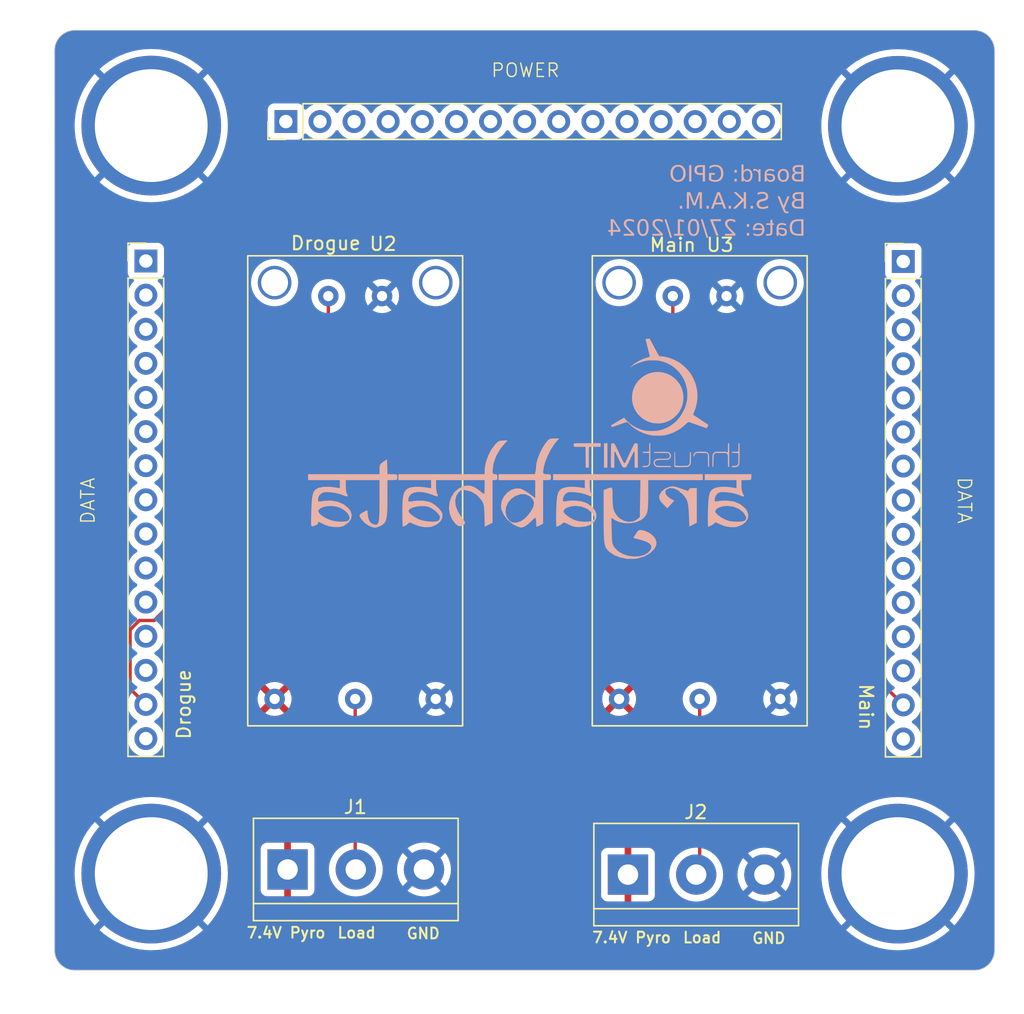
<source format=kicad_pcb>
(kicad_pcb (version 20221018) (generator pcbnew)
  (layers (0 "F.Cu" signal) (31 "B.Cu" signal) (34 "B.Paste" user) (35 "F.Paste" user) (36 "B.SilkS" user "B.Silkscreen") (37 "F.SilkS" user "F.Silkscreen") (38 "B.Mask" user) (39 "F.Mask" user) (44 "Edge.Cuts" user))
  (net 0 "")
  (net 1 "GND")
  (net 15 "PYRO2")
  (net 16 "PYRO1")
  (net 45 "LOAD1")
  (net 46 "7.4V_Pyro")
  (net 47 "LOAD2")
  (footprint "D4184:D4184" (layer "F.Cu") (at 151.1356 64.1576 -90)
    (fp_text reference "U3" (at -0.81 6.4826 unlocked) (layer "F.SilkS"))
    (fp_text value "D4184")
    (pad "1" thru_hole circle (at 3 6 270) (size 1.524 1.524) (drill 0.762) (layers "*.Cu" "*.Mask") (net 1 "GND"))
    (pad "2" thru_hole circle (at 3 10 270) (size 1.524 1.524) (drill 0.762) (layers "*.Cu" "*.Mask") (net 15 "PYRO2"))
    (pad "3" thru_hole circle (at 33 2 270) (size 1.524 1.524) (drill 0.762) (layers "*.Cu" "*.Mask") (net 1 "GND"))
    (pad "4" thru_hole circle (at 33 8 270) (size 1.524 1.524) (drill 0.762) (layers "*.Cu" "*.Mask") (net 47 "LOAD2"))
    (pad "5" thru_hole circle (at 33 14 270) (size 1.524 1.524) (drill 0.762) (layers "*.Cu" "*.Mask") (net 46 "7.4V_Pyro"))
    (pad "6" thru_hole circle (at 2 2 270) (size 2.5 2.5) (drill 2) (layers "*.Cu" "*.Mask"))
    (pad "7" thru_hole circle (at 2 14 270) (size 2.5 2.5) (drill 2) (layers "*.Cu" "*.Mask"))
  )
  (footprint "TerminalBlock:TerminalBlock_bornier-3_P5.08mm" (layer "F.Cu") (at 112.4458 109.855)
    (fp_text reference "J1" (at 5.05 -4.65) (layer "F.SilkS"))
    (fp_text value "Screw_Terminal_01x03")
    (pad "1" thru_hole rect (at 0 0) (size 3 3) (drill 1.52) (layers "*.Cu" "*.Mask") (net 46 "7.4V_Pyro"))
    (pad "2" thru_hole circle (at 5.08 0) (size 3 3) (drill 1.52) (layers "*.Cu" "*.Mask") (net 45 "LOAD1"))
    (pad "3" thru_hole circle (at 10.16 0) (size 3 3) (drill 1.52) (layers "*.Cu" "*.Mask") (net 1 "GND"))
  )
  (footprint "FC_Stack_template:FC_Stack_template" (layer "F.Cu") (at 130.0952 82.3628)
    (fp_text reference "U1" hide)
    (fp_text value "~")
    (fp_text user "POWER" (at -2.55 -31.43 unlocked) (layer "F.SilkS") (effects (font (thickness 0.1)) (justify left bottom)))
    (fp_text user "DATA" (at -31.93 1.85 90 unlocked) (layer "F.SilkS") (effects (font (thickness 0.1)) (justify left bottom)))
    (fp_text user "DATA" (at 32.17 -1.8 -90 unlocked) (layer "F.SilkS") (effects (font (thickness 0.1)) (justify left bottom)))
    (fp_line (start -35 33.5) (end -35 -33.5) (stroke (width 0.05)) (layer "Edge.Cuts"))
    (fp_line (start -33.5 -35) (end 33.5 -35) (stroke (width 0.05)) (layer "Edge.Cuts"))
    (fp_line (start 33.5 35) (end -33.5 35) (stroke (width 0.05)) (layer "Edge.Cuts"))
    (fp_line (start 35 -33.5) (end 35 33.5) (stroke (width 0.05)) (layer "Edge.Cuts"))
    (fp_arc (start -35 -33.5) (mid -34.56066 -34.56066) (end -33.5 -35) (stroke (width 0.05)) (layer "Edge.Cuts"))
    (fp_arc (start -33.5 35) (mid -34.56066 34.56066) (end -35 33.5) (stroke (width 0.05)) (layer "Edge.Cuts"))
    (fp_arc (start 33.5 -35) (mid 34.56066 -34.56066) (end 35 -33.5) (stroke (width 0.05)) (layer "Edge.Cuts"))
    (fp_arc (start 35 33.5) (mid 34.56066 34.56066) (end 33.5 35) (stroke (width 0.05)) (layer "Edge.Cuts"))
    (pad "1" thru_hole rect (at 28.2 -17.785) (size 1.7 1.7) (drill 1) (layers "*.Cu" "*.Mask"))
    (pad "2" thru_hole oval (at 28.2 -15.245) (size 1.7 1.7) (drill 1) (layers "*.Cu" "*.Mask"))
    (pad "3" thru_hole oval (at 28.2 -12.705) (size 1.7 1.7) (drill 1) (layers "*.Cu" "*.Mask"))
    (pad "4" thru_hole oval (at 28.2 -10.165) (size 1.7 1.7) (drill 1) (layers "*.Cu" "*.Mask"))
    (pad "5" thru_hole oval (at 28.2 -7.625) (size 1.7 1.7) (drill 1) (layers "*.Cu" "*.Mask"))
    (pad "6" thru_hole oval (at 28.2 -5.085) (size 1.7 1.7) (drill 1) (layers "*.Cu" "*.Mask"))
    (pad "7" thru_hole oval (at 28.2 -2.545) (size 1.7 1.7) (drill 1) (layers "*.Cu" "*.Mask"))
    (pad "8" thru_hole oval (at 28.2 -0.005) (size 1.7 1.7) (drill 1) (layers "*.Cu" "*.Mask"))
    (pad "9" thru_hole oval (at 28.2 2.535) (size 1.7 1.7) (drill 1) (layers "*.Cu" "*.Mask"))
    (pad "10" thru_hole oval (at 28.2 5.075) (size 1.7 1.7) (drill 1) (layers "*.Cu" "*.Mask"))
    (pad "11" thru_hole oval (at 28.2 7.615) (size 1.7 1.7) (drill 1) (layers "*.Cu" "*.Mask"))
    (pad "12" thru_hole oval (at 28.2 10.155) (size 1.7 1.7) (drill 1) (layers "*.Cu" "*.Mask"))
    (pad "13" thru_hole oval (at 28.2 12.695) (size 1.7 1.7) (drill 1) (layers "*.Cu" "*.Mask"))
    (pad "14" thru_hole oval (at 28.2 15.235) (size 1.7 1.7) (drill 1) (layers "*.Cu" "*.Mask") (net 15 "PYRO2"))
    (pad "15" thru_hole oval (at 28.2 17.775) (size 1.7 1.7) (drill 1) (layers "*.Cu" "*.Mask"))
    (pad "16" thru_hole oval (at -28.2 17.745) (size 1.7 1.7) (drill 1) (layers "*.Cu" "*.Mask"))
    (pad "17" thru_hole oval (at -28.2 15.205) (size 1.7 1.7) (drill 1) (layers "*.Cu" "*.Mask") (net 16 "PYRO1"))
    (pad "18" thru_hole oval (at -28.2 12.665) (size 1.7 1.7) (drill 1) (layers "*.Cu" "*.Mask"))
    (pad "19" thru_hole oval (at -28.2 10.125) (size 1.7 1.7) (drill 1) (layers "*.Cu" "*.Mask"))
    (pad "20" thru_hole oval (at -28.2 7.585) (size 1.7 1.7) (drill 1) (layers "*.Cu" "*.Mask"))
    (pad "21" thru_hole oval (at -28.2 5.045) (size 1.7 1.7) (drill 1) (layers "*.Cu" "*.Mask"))
    (pad "22" thru_hole oval (at -28.2 2.505) (size 1.7 1.7) (drill 1) (layers "*.Cu" "*.Mask"))
    (pad "23" thru_hole oval (at -28.2 -0.035) (size 1.7 1.7) (drill 1) (layers "*.Cu" "*.Mask"))
    (pad "24" thru_hole oval (at -28.2 -2.575) (size 1.7 1.7) (drill 1) (layers "*.Cu" "*.Mask"))
    (pad "25" thru_hole oval (at -28.2 -5.115) (size 1.7 1.7) (drill 1) (layers "*.Cu" "*.Mask"))
    (pad "26" thru_hole oval (at -28.2 -7.655) (size 1.7 1.7) (drill 1) (layers "*.Cu" "*.Mask"))
    (pad "27" thru_hole oval (at -28.2 -10.195) (size 1.7 1.7) (drill 1) (layers "*.Cu" "*.Mask"))
    (pad "28" thru_hole oval (at -28.2 -12.735) (size 1.7 1.7) (drill 1) (layers "*.Cu" "*.Mask"))
    (pad "29" thru_hole oval (at -28.2 -15.275) (size 1.7 1.7) (drill 1) (layers "*.Cu" "*.Mask"))
    (pad "30" thru_hole rect (at -28.2 -17.815) (size 1.7 1.7) (drill 1) (layers "*.Cu" "*.Mask"))
    (pad "31" thru_hole rect (at -17.775 -28.2 90) (size 1.7 1.7) (drill 1) (layers "*.Cu" "*.Mask"))
    (pad "32" thru_hole oval (at -15.235 -28.2 90) (size 1.7 1.7) (drill 1) (layers "*.Cu" "*.Mask"))
    (pad "33" thru_hole oval (at -12.695 -28.2 90) (size 1.7 1.7) (drill 1) (layers "*.Cu" "*.Mask"))
    (pad "34" thru_hole oval (at -10.155 -28.2 90) (size 1.7 1.7) (drill 1) (layers "*.Cu" "*.Mask"))
    (pad "35" thru_hole oval (at -7.615 -28.2 90) (size 1.7 1.7) (drill 1) (layers "*.Cu" "*.Mask"))
    (pad "36" thru_hole oval (at -5.075 -28.2 90) (size 1.7 1.7) (drill 1) (layers "*.Cu" "*.Mask"))
    (pad "37" thru_hole oval (at -2.535 -28.2 90) (size 1.7 1.7) (drill 1) (layers "*.Cu" "*.Mask"))
    (pad "38" thru_hole oval (at 0.005 -28.2 90) (size 1.7 1.7) (drill 1) (layers "*.Cu" "*.Mask"))
    (pad "39" thru_hole oval (at 2.545 -28.2 90) (size 1.7 1.7) (drill 1) (layers "*.Cu" "*.Mask"))
    (pad "40" thru_hole oval (at 5.085 -28.2 90) (size 1.7 1.7) (drill 1) (layers "*.Cu" "*.Mask"))
    (pad "41" thru_hole oval (at 7.625 -28.2 90) (size 1.7 1.7) (drill 1) (layers "*.Cu" "*.Mask"))
    (pad "42" thru_hole oval (at 10.165 -28.2 90) (size 1.7 1.7) (drill 1) (layers "*.Cu" "*.Mask"))
    (pad "43" thru_hole oval (at 12.705 -28.2 90) (size 1.7 1.7) (drill 1) (layers "*.Cu" "*.Mask"))
    (pad "44" thru_hole oval (at 15.245 -28.2 90) (size 1.7 1.7) (drill 1) (layers "*.Cu" "*.Mask"))
    (pad "45" thru_hole oval (at 17.785 -28.2 90) (size 1.7 1.7) (drill 1) (layers "*.Cu" "*.Mask"))
    (pad "49" thru_hole circle (at 27.8 27.8) (size 10.4 10.4) (drill 8.4) (layers "*.Cu" "*.Mask") (net 1 "GND"))
    (pad "50" thru_hole circle (at -27.8 27.8) (size 10.4 10.4) (drill 8.4) (layers "*.Cu" "*.Mask") (net 1 "GND"))
    (pad "51" thru_hole circle (at -27.8 -27.9) (size 10.4 10.4) (drill 8.4) (layers "*.Cu" "*.Mask") (net 1 "GND"))
    (pad "52" thru_hole circle (at 27.8 -27.885) (size 10.4 10.4) (drill 8.4) (layers "*.Cu" "*.Mask") (net 1 "GND"))
  )
  (footprint "TerminalBlock:TerminalBlock_bornier-3_P5.08mm" (layer "F.Cu") (at 137.795 110.236)
    (fp_text reference "J2" (at 5.05 -4.65) (layer "F.SilkS"))
    (fp_text value "Screw_Terminal_01x03")
    (pad "1" thru_hole rect (at 0 0) (size 3 3) (drill 1.52) (layers "*.Cu" "*.Mask") (net 46 "7.4V_Pyro"))
    (pad "2" thru_hole circle (at 5.08 0) (size 3 3) (drill 1.52) (layers "*.Cu" "*.Mask") (net 47 "LOAD2"))
    (pad "3" thru_hole circle (at 10.16 0) (size 3 3) (drill 1.52) (layers "*.Cu" "*.Mask") (net 1 "GND"))
  )
  (footprint "D4184:D4184" (layer "F.Cu") (at 125.4816 64.1576 -90)
    (fp_text reference "U2" (at -0.8862 5.9238 unlocked) (layer "F.SilkS"))
    (fp_text value "D4184")
    (pad "1" thru_hole circle (at 3 6 270) (size 1.524 1.524) (drill 0.762) (layers "*.Cu" "*.Mask") (net 1 "GND"))
    (pad "2" thru_hole circle (at 3 10 270) (size 1.524 1.524) (drill 0.762) (layers "*.Cu" "*.Mask") (net 16 "PYRO1"))
    (pad "3" thru_hole circle (at 33 2 270) (size 1.524 1.524) (drill 0.762) (layers "*.Cu" "*.Mask") (net 1 "GND"))
    (pad "4" thru_hole circle (at 33 8 270) (size 1.524 1.524) (drill 0.762) (layers "*.Cu" "*.Mask") (net 45 "LOAD1"))
    (pad "5" thru_hole circle (at 33 14 270) (size 1.524 1.524) (drill 0.762) (layers "*.Cu" "*.Mask") (net 46 "7.4V_Pyro"))
    (pad "6" thru_hole circle (at 2 2 270) (size 2.5 2.5) (drill 2) (layers "*.Cu" "*.Mask"))
    (pad "7" thru_hole circle (at 2 14 270) (size 2.5 2.5) (drill 2) (layers "*.Cu" "*.Mask"))
  )
  (footprint "LOGO" (layer "B.Cu") (at 140.030513 74.519536 180)
    (fp_text reference "G***" hide)
    (fp_text value "LOGO" hide)
  )
  (footprint "LOGO" (layer "B.Cu") (at 125.791137 82.78186 180)
    (fp_text reference "G***" hide)
    (fp_text value "LOGO" hide)
  )
  (gr_text "Board: GPIO\nBy S.K.A.M.\nDate: 27/01/2024" (at 151.0284 62.865) (layer "B.SilkS") (effects (font (size 1.2 1.2)) (justify left bottom mirror)))
  (gr_text "Drogue" (at 112.5982 63.8048) (layer "F.SilkS") (effects (font (size 1 1)) (justify left bottom)))
  (gr_text "Main\n" (at 139.319 63.9318) (layer "F.SilkS") (effects (font (size 1 1)) (justify left bottom)))
  (gr_text "7.4V Pyro" (at 135.0518 115.3922) (layer "F.SilkS") (effects (font (size 0.8 0.8)) (justify left bottom)))
  (gr_text "Drogue" (at 105.3084 100.2538 90) (layer "F.SilkS") (effects (font (size 1 1)) (justify left bottom)))
  (gr_text "7.4V Pyro" (at 109.3216 115.0366) (layer "F.SilkS") (effects (font (size 0.8 0.8)) (justify left bottom)))
  (gr_text "GND\n" (at 146.9644 115.443) (layer "F.SilkS") (effects (font (size 0.8 0.8)) (justify left bottom)))
  (gr_text "Load" (at 141.8082 115.3922) (layer "F.SilkS") (effects (font (size 0.8 0.8)) (justify left bottom)))
  (gr_text "Main\n" (at 154.94 95.9358 -90) (layer "F.SilkS") (effects (font (size 1 1)) (justify left bottom)))
  (gr_text "GND\n" (at 121.2342 115.0874) (layer "F.SilkS") (effects (font (size 0.8 0.8)) (justify left bottom)))
  (gr_text "Load" (at 116.078 115.0366) (layer "F.SilkS") (effects (font (size 0.8 0.8)) (justify left bottom)))
  (segment (start 154.8696 107.1372) (end 157.8952 110.1628) (width 0.25) (layer "F.Cu") (net 1))
  (segment (start 102.2952 105.3752) (end 102.2952 110.1628) (width 0.25) (layer "F.Cu") (net 1))
  (segment (start 141.1356 67.1576) (end 141.1356 80.4382) (width 0.25) (layer "F.Cu") (net 15))
  (segment (start 141.1356 80.4382) (end 158.2952 97.5978) (width 0.25) (layer "F.Cu") (net 15))
  (segment (start 101.408499 91.3128) (end 102.5146 91.3128) (width 0.25) (layer "F.Cu") (net 16))
  (segment (start 102.5146 91.3128) (end 115.4816 78.3458) (width 0.25) (layer "F.Cu") (net 16))
  (segment (start 101.8952 97.5678) (end 100.7202 96.3928) (width 0.25) (layer "F.Cu") (net 16))
  (segment (start 115.4816 78.3458) (end 115.4816 67.1576) (width 0.25) (layer "F.Cu") (net 16))
  (segment (start 100.7202 92.001099) (end 101.408499 91.3128) (width 0.25) (layer "F.Cu") (net 16))
  (segment (start 100.7202 96.3928) (end 100.7202 92.001099) (width 0.25) (layer "F.Cu") (net 16))
  (segment (start 117.4816 109.8108) (end 117.5258 109.855) (width 0.25) (layer "F.Cu") (net 45))
  (segment (start 117.4816 97.1576) (end 117.4816 109.8108) (width 0.25) (layer "F.Cu") (net 45))
  (segment (start 143.1356 109.9754) (end 142.875 110.236) (width 0.25) (layer "F.Cu") (net 47))
  (segment (start 143.1356 97.1576) (end 143.1356 109.9754) (width 0.25) (layer "F.Cu") (net 47))
  (zone (net 46) (net_name "7.4V_Pyro") (layer "F.Cu") (connect_pads (clearance 0.5)) (min_thickness 0.25) (fill yes (thermal_gap 0.5) (thermal_bridge_width 0.5))
    (polygon (pts (xy 110.363 112.2426) (xy 114.554 112.2426) (xy 114.427 95.4532) (xy 110.1852 95.4532) (xy 110.3376 109.1692)))
  )
  (zone (net 46) (net_name "7.4V_Pyro") (layer "F.Cu") (connect_pads (clearance 0.5)) (min_thickness 0.25) (fill yes (thermal_gap 0.5) (thermal_bridge_width 0.5))
    (polygon (pts (xy 135.615771 112.5728) (xy 139.806771 112.5728) (xy 139.730571 95.4532) (xy 135.488771 95.4532) (xy 135.641171 109.1692)))
  )
  (zone (net 46) (net_name "7.4V_Pyro") (layer "F.Cu") (priority 1) (connect_pads (clearance 0.5)) (min_thickness 0.25) (fill yes (thermal_gap 0.5) (thermal_bridge_width 0.5))
    (polygon (pts (xy 114.554 112.014) (xy 114.554 114.3) (xy 135.5344 114.4016) (xy 135.636 114.4016) (xy 135.6106 112.4204) (xy 139.827 112.4204) (xy 139.8524 116.84) (xy 110.363 116.9416) (xy 110.363 112.014)))
  )
  (zone (net 1) (net_name "GND") (layer "B.Cu") (priority 6) (connect_pads (clearance 0.5)) (min_thickness 0.25) (fill yes (thermal_gap 0.5) (thermal_bridge_width 0.5))
    (polygon (pts (xy 92.9132 45.212) (xy 167.2844 45.1104) (xy 167.1828 120.5992) (xy 91.0336 120.5992) (xy 91.2368 45.1612) (xy 93.2688 45.1612)))
  )
)
</source>
